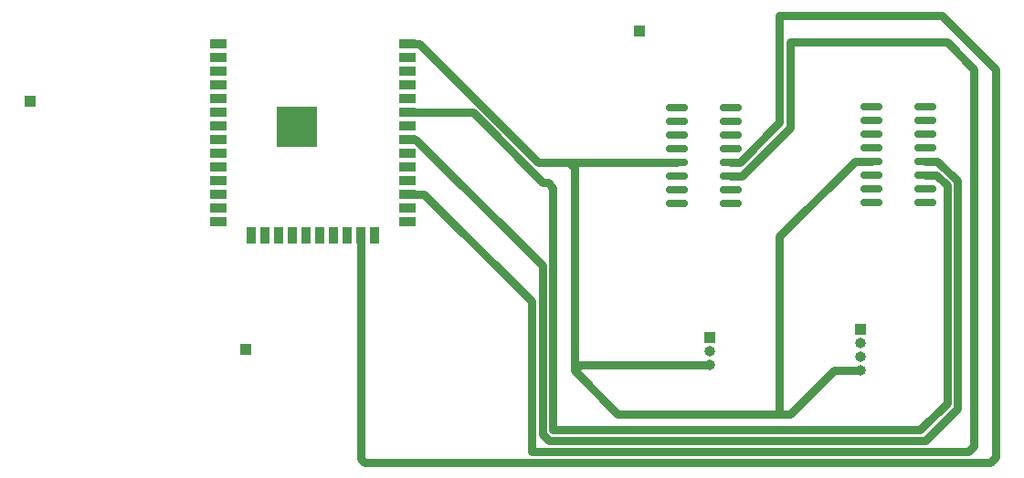
<source format=gbr>
%TF.GenerationSoftware,KiCad,Pcbnew,8.0.3*%
%TF.CreationDate,2024-06-26T21:10:10-03:00*%
%TF.ProjectId,SmartFeeder,536d6172-7446-4656-9564-65722e6b6963,rev?*%
%TF.SameCoordinates,Original*%
%TF.FileFunction,Copper,L1,Top*%
%TF.FilePolarity,Positive*%
%FSLAX46Y46*%
G04 Gerber Fmt 4.6, Leading zero omitted, Abs format (unit mm)*
G04 Created by KiCad (PCBNEW 8.0.3) date 2024-06-26 21:10:10*
%MOMM*%
%LPD*%
G01*
G04 APERTURE LIST*
G04 Aperture macros list*
%AMRoundRect*
0 Rectangle with rounded corners*
0 $1 Rounding radius*
0 $2 $3 $4 $5 $6 $7 $8 $9 X,Y pos of 4 corners*
0 Add a 4 corners polygon primitive as box body*
4,1,4,$2,$3,$4,$5,$6,$7,$8,$9,$2,$3,0*
0 Add four circle primitives for the rounded corners*
1,1,$1+$1,$2,$3*
1,1,$1+$1,$4,$5*
1,1,$1+$1,$6,$7*
1,1,$1+$1,$8,$9*
0 Add four rect primitives between the rounded corners*
20,1,$1+$1,$2,$3,$4,$5,0*
20,1,$1+$1,$4,$5,$6,$7,0*
20,1,$1+$1,$6,$7,$8,$9,0*
20,1,$1+$1,$8,$9,$2,$3,0*%
G04 Aperture macros list end*
%TA.AperFunction,ComponentPad*%
%ADD10R,1.000000X1.000000*%
%TD*%
%TA.AperFunction,ComponentPad*%
%ADD11O,1.000000X1.000000*%
%TD*%
%TA.AperFunction,SMDPad,CuDef*%
%ADD12RoundRect,0.150000X-0.850000X-0.150000X0.850000X-0.150000X0.850000X0.150000X-0.850000X0.150000X0*%
%TD*%
%TA.AperFunction,SMDPad,CuDef*%
%ADD13R,1.500000X0.900000*%
%TD*%
%TA.AperFunction,SMDPad,CuDef*%
%ADD14R,0.900000X1.500000*%
%TD*%
%TA.AperFunction,SMDPad,CuDef*%
%ADD15R,0.900000X0.900000*%
%TD*%
%TA.AperFunction,HeatsinkPad*%
%ADD16C,0.600000*%
%TD*%
%TA.AperFunction,SMDPad,CuDef*%
%ADD17R,3.800000X3.800000*%
%TD*%
%TA.AperFunction,Conductor*%
%ADD18C,0.800000*%
%TD*%
G04 APERTURE END LIST*
D10*
%TO.P,J2,1,Pin_1*%
%TO.N,/PWM*%
X163000000Y-106960000D03*
D11*
%TO.P,J2,2,Pin_2*%
%TO.N,+5V*%
X163000000Y-108230000D03*
%TO.P,J2,3,Pin_3*%
%TO.N,GND*%
X163000000Y-109500000D03*
%TD*%
D10*
%TO.P,J1,1,Pin_1*%
%TO.N,+5V*%
X177000000Y-106190000D03*
D11*
%TO.P,J1,2,Pin_2*%
%TO.N,/ECHO*%
X177000000Y-107460000D03*
%TO.P,J1,3,Pin_3*%
%TO.N,/TRIG*%
X177000000Y-108730000D03*
%TO.P,J1,4,Pin_4*%
%TO.N,GND*%
X177000000Y-110000000D03*
%TD*%
D12*
%TO.P,U3,1,VSUP*%
%TO.N,+5V*%
X178000000Y-85460000D03*
%TO.P,U3,2,BASE*%
%TO.N,unconnected-(U3-BASE-Pad2)*%
X178000000Y-86730000D03*
%TO.P,U3,3,AVDD*%
%TO.N,+5V*%
X178000000Y-88000000D03*
%TO.P,U3,4,VFB*%
%TO.N,unconnected-(U3-VFB-Pad4)*%
X178000000Y-89270000D03*
%TO.P,U3,5,AGND*%
%TO.N,GND*%
X178000000Y-90540000D03*
%TO.P,U3,6,VBG*%
%TO.N,unconnected-(U3-VBG-Pad6)*%
X178000000Y-91810000D03*
%TO.P,U3,7,INA-*%
%TO.N,unconnected-(U3-INA--Pad7)*%
X178000000Y-93080000D03*
%TO.P,U3,8,INA+*%
%TO.N,unconnected-(U3-INA+-Pad8)*%
X178000000Y-94350000D03*
%TO.P,U3,9,INB-*%
%TO.N,unconnected-(U3-INB--Pad9)*%
X183000000Y-94350000D03*
%TO.P,U3,10,INB+*%
%TO.N,unconnected-(U3-INB+-Pad10)*%
X183000000Y-93080000D03*
%TO.P,U3,11,PD_SCK*%
%TO.N,Net-(U1-IO21)*%
X183000000Y-91810000D03*
%TO.P,U3,12,DOUT*%
%TO.N,Net-(U1-IO19)*%
X183000000Y-90540000D03*
%TO.P,U3,13,XO*%
%TO.N,unconnected-(U3-XO-Pad13)*%
X183000000Y-89270000D03*
%TO.P,U3,14,XI*%
%TO.N,unconnected-(U3-XI-Pad14)*%
X183000000Y-88000000D03*
%TO.P,U3,15,RATE*%
%TO.N,unconnected-(U3-RATE-Pad15)*%
X183000000Y-86730000D03*
%TO.P,U3,16,DVDD*%
%TO.N,+5V*%
X183000000Y-85460000D03*
%TD*%
%TO.P,U2,1,VSUP*%
%TO.N,+5V*%
X160000000Y-85555000D03*
%TO.P,U2,2,BASE*%
%TO.N,unconnected-(U2-BASE-Pad2)*%
X160000000Y-86825000D03*
%TO.P,U2,3,AVDD*%
%TO.N,+5V*%
X160000000Y-88095000D03*
%TO.P,U2,4,VFB*%
%TO.N,unconnected-(U2-VFB-Pad4)*%
X160000000Y-89365000D03*
%TO.P,U2,5,AGND*%
%TO.N,GND*%
X160000000Y-90635000D03*
%TO.P,U2,6,VBG*%
%TO.N,unconnected-(U2-VBG-Pad6)*%
X160000000Y-91905000D03*
%TO.P,U2,7,INA-*%
%TO.N,unconnected-(U2-INA--Pad7)*%
X160000000Y-93175000D03*
%TO.P,U2,8,INA+*%
%TO.N,unconnected-(U2-INA+-Pad8)*%
X160000000Y-94445000D03*
%TO.P,U2,9,INB-*%
%TO.N,unconnected-(U2-INB--Pad9)*%
X165000000Y-94445000D03*
%TO.P,U2,10,INB+*%
%TO.N,unconnected-(U2-INB+-Pad10)*%
X165000000Y-93175000D03*
%TO.P,U2,11,PD_SCK*%
%TO.N,Net-(U1-IO16)*%
X165000000Y-91905000D03*
%TO.P,U2,12,DOUT*%
%TO.N,Net-(U1-IO15)*%
X165000000Y-90635000D03*
%TO.P,U2,13,XO*%
%TO.N,unconnected-(U2-XO-Pad13)*%
X165000000Y-89365000D03*
%TO.P,U2,14,XI*%
%TO.N,unconnected-(U2-XI-Pad14)*%
X165000000Y-88095000D03*
%TO.P,U2,15,RATE*%
%TO.N,unconnected-(U2-RATE-Pad15)*%
X165000000Y-86825000D03*
%TO.P,U2,16,DVDD*%
%TO.N,+5V*%
X165000000Y-85555000D03*
%TD*%
D13*
%TO.P,U1,1,GND*%
%TO.N,GND*%
X117500000Y-79650000D03*
%TO.P,U1,2,VDD*%
%TO.N,+3.3V*%
X117500000Y-80920000D03*
%TO.P,U1,3,EN*%
X117500000Y-82190000D03*
%TO.P,U1,4,SENSOR_VP*%
%TO.N,unconnected-(U1-SENSOR_VP-Pad4)*%
X117500000Y-83460000D03*
%TO.P,U1,5,SENSOR_VN*%
%TO.N,unconnected-(U1-SENSOR_VN-Pad5)*%
X117500000Y-84730000D03*
%TO.P,U1,6,IO34*%
%TO.N,/ECHO*%
X117500000Y-86000000D03*
%TO.P,U1,7,IO35*%
%TO.N,/TRIG*%
X117500000Y-87270000D03*
%TO.P,U1,8,IO32*%
%TO.N,unconnected-(U1-IO32-Pad8)*%
X117500000Y-88540000D03*
%TO.P,U1,9,IO33*%
%TO.N,unconnected-(U1-IO33-Pad9)*%
X117500000Y-89810000D03*
%TO.P,U1,10,IO25*%
%TO.N,unconnected-(U1-IO25-Pad10)*%
X117500000Y-91080000D03*
%TO.P,U1,11,IO26*%
%TO.N,/PWM*%
X117500000Y-92350000D03*
%TO.P,U1,12,IO27*%
%TO.N,+5V*%
X117500000Y-93620000D03*
%TO.P,U1,13,IO14*%
%TO.N,unconnected-(U1-IO14-Pad13)*%
X117500000Y-94890000D03*
%TO.P,U1,14,IO12*%
%TO.N,unconnected-(U1-IO12-Pad14)*%
X117500000Y-96160000D03*
D14*
%TO.P,U1,15,GND*%
%TO.N,GND*%
X120540000Y-97410000D03*
%TO.P,U1,16,IO13*%
%TO.N,unconnected-(U1-IO13-Pad16)*%
X121810000Y-97410000D03*
%TO.P,U1,17,SHD/SD2*%
%TO.N,unconnected-(U1-SHD{slash}SD2-Pad17)*%
X123080000Y-97410000D03*
%TO.P,U1,18,SWP/SD3*%
%TO.N,unconnected-(U1-SWP{slash}SD3-Pad18)*%
X124350000Y-97410000D03*
%TO.P,U1,19,SCS/CMD*%
%TO.N,unconnected-(U1-SCS{slash}CMD-Pad19)*%
X125620000Y-97410000D03*
%TO.P,U1,20,SCK/CLK*%
%TO.N,unconnected-(U1-SCK{slash}CLK-Pad20)*%
X126890000Y-97410000D03*
%TO.P,U1,21,SDO/SD0*%
%TO.N,unconnected-(U1-SDO{slash}SD0-Pad21)*%
X128160000Y-97410000D03*
%TO.P,U1,22,SDI/SD1*%
%TO.N,unconnected-(U1-SDI{slash}SD1-Pad22)*%
X129430000Y-97410000D03*
%TO.P,U1,23,IO15*%
%TO.N,Net-(U1-IO15)*%
X130700000Y-97410000D03*
%TO.P,U1,24,IO2*%
%TO.N,unconnected-(U1-IO2-Pad24)*%
X131970000Y-97410000D03*
D13*
%TO.P,U1,25,IO0*%
%TO.N,unconnected-(U1-IO0-Pad25)*%
X135000000Y-96160000D03*
%TO.P,U1,26,IO4*%
%TO.N,unconnected-(U1-IO4-Pad26)*%
X135000000Y-94890000D03*
%TO.P,U1,27,IO16*%
%TO.N,Net-(U1-IO16)*%
X135000000Y-93620000D03*
%TO.P,U1,28,IO17*%
%TO.N,unconnected-(U1-IO17-Pad28)*%
X135000000Y-92350000D03*
%TO.P,U1,29,IO5*%
%TO.N,unconnected-(U1-IO5-Pad29)*%
X135000000Y-91080000D03*
%TO.P,U1,30,IO18*%
%TO.N,unconnected-(U1-IO18-Pad30)*%
X135000000Y-89810000D03*
%TO.P,U1,31,IO19*%
%TO.N,Net-(U1-IO19)*%
X135000000Y-88540000D03*
%TO.P,U1,32,NC*%
%TO.N,unconnected-(U1-NC-Pad32)*%
X135000000Y-87270000D03*
%TO.P,U1,33,IO21*%
%TO.N,Net-(U1-IO21)*%
X135000000Y-86000000D03*
%TO.P,U1,34,RXD0/IO3*%
%TO.N,unconnected-(U1-RXD0{slash}IO3-Pad34)*%
X135000000Y-84730000D03*
%TO.P,U1,35,TXD0/IO1*%
%TO.N,unconnected-(U1-TXD0{slash}IO1-Pad35)*%
X135000000Y-83460000D03*
%TO.P,U1,36,IO22*%
%TO.N,unconnected-(U1-IO22-Pad36)*%
X135000000Y-82190000D03*
%TO.P,U1,37,IO23*%
%TO.N,unconnected-(U1-IO23-Pad37)*%
X135000000Y-80920000D03*
%TO.P,U1,38,GND*%
%TO.N,GND*%
X135000000Y-79650000D03*
D15*
%TO.P,U1,39,GND*%
X123350000Y-85970000D03*
D16*
X123350000Y-86670000D03*
D15*
X123350000Y-87370000D03*
D16*
X123350000Y-88070000D03*
D15*
X123350000Y-88770000D03*
D16*
X124050000Y-85970000D03*
X124050000Y-87370000D03*
X124050000Y-88770000D03*
X124725000Y-86670000D03*
X124725000Y-88070000D03*
D15*
X124750000Y-85970000D03*
X124750000Y-87370000D03*
D17*
X124750000Y-87370000D03*
D15*
X124750000Y-88770000D03*
D16*
X125450000Y-85970000D03*
X125450000Y-87370000D03*
X125450000Y-88770000D03*
D15*
X126150000Y-85970000D03*
D16*
X126150000Y-86670000D03*
D15*
X126150000Y-87370000D03*
D16*
X126150000Y-88070000D03*
D15*
X126150000Y-88770000D03*
%TD*%
D10*
%TO.P,J5,1,Pin_1*%
%TO.N,GND*%
X120000000Y-108000000D03*
%TD*%
%TO.P,J4,1,Pin_1*%
%TO.N,+3.3V*%
X100000000Y-85000000D03*
%TD*%
%TO.P,J3,1,Pin_1*%
%TO.N,+5V*%
X156500000Y-78500000D03*
%TD*%
D18*
%TO.N,Net-(U1-IO19)*%
X135780000Y-88540000D02*
X135000000Y-88540000D01*
X147500000Y-100260000D02*
X135780000Y-88540000D01*
X147500000Y-115914214D02*
X147500000Y-100260000D01*
X148085786Y-116500000D02*
X147500000Y-115914214D01*
X183000000Y-116500000D02*
X148085786Y-116500000D01*
X186000001Y-113499999D02*
X183000000Y-116500000D01*
X186000001Y-92395788D02*
X186000001Y-113499999D01*
X184144213Y-90540000D02*
X186000001Y-92395788D01*
X183000000Y-90540000D02*
X184144213Y-90540000D01*
%TO.N,Net-(U1-IO15)*%
X130700000Y-118200000D02*
X130700000Y-97410000D01*
X131000000Y-118500000D02*
X130700000Y-118200000D01*
X184500000Y-77000000D02*
X189500000Y-82000000D01*
X169500000Y-77000000D02*
X184500000Y-77000000D01*
X169500000Y-86929816D02*
X169500000Y-77000000D01*
X189500000Y-82000000D02*
X189500000Y-118000000D01*
X189500000Y-118000000D02*
X189000000Y-118500000D01*
X189000000Y-118500000D02*
X131000000Y-118500000D01*
X165794816Y-90635000D02*
X169500000Y-86929816D01*
X165000000Y-90635000D02*
X165794816Y-90635000D01*
%TO.N,Net-(U1-IO21)*%
X141065786Y-86000000D02*
X135000000Y-86000000D01*
X147565786Y-92500000D02*
X141065786Y-86000000D01*
X148500000Y-93000000D02*
X148000000Y-92500000D01*
X182500000Y-115500000D02*
X148500000Y-115500000D01*
X148500000Y-115500000D02*
X148500000Y-93000000D01*
X185000000Y-113000000D02*
X182500000Y-115500000D01*
X148000000Y-92500000D02*
X147565786Y-92500000D01*
X185000000Y-92810001D02*
X185000000Y-113000000D01*
X183999999Y-91810000D02*
X185000000Y-92810001D01*
X183000000Y-91810000D02*
X183999999Y-91810000D01*
%TO.N,Net-(U1-IO16)*%
X136550000Y-93620000D02*
X135000000Y-93620000D01*
X146500000Y-103570000D02*
X136550000Y-93620000D01*
X146500000Y-117500000D02*
X146500000Y-103570000D01*
X187000000Y-117500000D02*
X146500000Y-117500000D01*
X187500000Y-117000000D02*
X187000000Y-117500000D01*
X185000000Y-79500000D02*
X187500000Y-82000000D01*
X170500000Y-87404999D02*
X170500000Y-79500000D01*
X187500000Y-82000000D02*
X187500000Y-117000000D01*
X170500000Y-79500000D02*
X185000000Y-79500000D01*
X165999999Y-91905000D02*
X170500000Y-87404999D01*
X165000000Y-91905000D02*
X165999999Y-91905000D01*
%TO.N,GND*%
X150500000Y-91135000D02*
X150500000Y-110000000D01*
X150000000Y-90635000D02*
X150500000Y-91135000D01*
X176465184Y-90540000D02*
X178000000Y-90540000D01*
X169500000Y-114000000D02*
X170500000Y-114000000D01*
X169500000Y-114000000D02*
X169500000Y-97505184D01*
X169500000Y-97505184D02*
X176465184Y-90540000D01*
X154500000Y-114000000D02*
X169500000Y-114000000D01*
X170500000Y-114000000D02*
X174500000Y-110000000D01*
X150500000Y-110000000D02*
X154500000Y-114000000D01*
X150500000Y-110000000D02*
X151000000Y-109500000D01*
X174500000Y-110000000D02*
X177000000Y-110000000D01*
X150000000Y-90635000D02*
X147115000Y-90635000D01*
X151000000Y-109500000D02*
X163000000Y-109500000D01*
X160000000Y-90635000D02*
X150000000Y-90635000D01*
X136130000Y-79650000D02*
X135000000Y-79650000D01*
X147115000Y-90635000D02*
X136130000Y-79650000D01*
%TD*%
M02*

</source>
